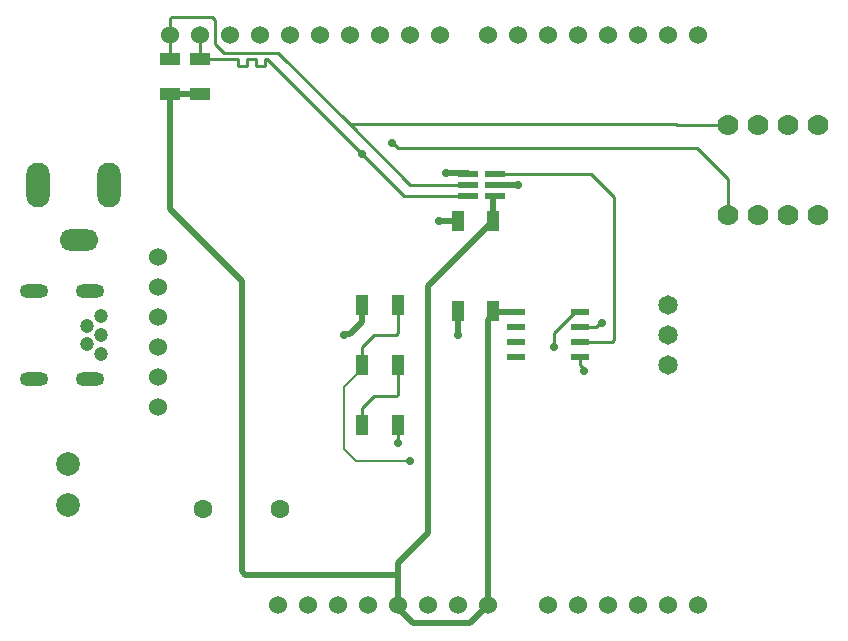
<source format=gbl>
G04*
G04 #@! TF.GenerationSoftware,Altium Limited,Altium Designer,25.4.2 (15)*
G04*
G04 Layer_Physical_Order=4*
G04 Layer_Color=16711680*
%FSLAX44Y44*%
%MOMM*%
G71*
G04*
G04 #@! TF.SameCoordinates,F20BE116-99DB-4855-A558-1B6AC0D64E7D*
G04*
G04*
G04 #@! TF.FilePolarity,Positive*
G04*
G01*
G75*
%ADD10C,0.1524*%
%ADD11C,0.2540*%
%ADD17R,1.1176X1.8034*%
%ADD19R,1.8034X1.1176*%
%ADD40C,0.5080*%
%ADD41C,1.6000*%
%ADD42C,1.5240*%
%ADD43C,1.7780*%
%ADD44O,2.4000X1.2000*%
%ADD45C,1.2000*%
%ADD46O,2.0000X3.8000*%
%ADD47O,3.3000X1.8000*%
%ADD48C,2.0000*%
%ADD49C,1.6500*%
%ADD50C,0.7112*%
%ADD51R,1.5500X0.6000*%
G04:AMPARAMS|DCode=52|XSize=1.61mm|YSize=0.59mm|CornerRadius=0.0738mm|HoleSize=0mm|Usage=FLASHONLY|Rotation=0.000|XOffset=0mm|YOffset=0mm|HoleType=Round|Shape=RoundedRectangle|*
%AMROUNDEDRECTD52*
21,1,1.6100,0.4425,0,0,0.0*
21,1,1.4625,0.5900,0,0,0.0*
1,1,0.1475,0.7313,-0.2213*
1,1,0.1475,-0.7313,-0.2213*
1,1,0.1475,-0.7313,0.2213*
1,1,0.1475,0.7313,0.2213*
%
%ADD52ROUNDEDRECTD52*%
D10*
X767080Y360680D02*
X777240Y350520D01*
X822960D01*
X767080Y360680D02*
Y412623D01*
X782828Y428371D01*
D11*
X995680Y452338D02*
Y574040D01*
X966800Y450850D02*
X994192D01*
X995680Y452338D01*
X976020Y593700D02*
X995680Y574040D01*
X813427Y615050D02*
X1066430D01*
X1092200Y589280D01*
X1048596Y635291D02*
X1048887Y635000D01*
X772451Y635291D02*
X1048596D01*
X772451D02*
X823543Y584200D01*
X711783Y695960D02*
X772451Y635291D01*
X980473Y463550D02*
X984283Y467360D01*
X985520D01*
X966800Y463550D02*
X980473D01*
X1048887Y635000D02*
X1092200D01*
X808717Y619760D02*
X813427Y615050D01*
X807720Y619760D02*
X808717D01*
X944880Y447040D02*
Y459080D01*
X668649Y690626D02*
X668687D01*
X667379D02*
X668649D01*
X782761Y610041D02*
X818102Y574700D01*
X782828Y428371D02*
Y431800D01*
X966800Y431340D02*
Y438150D01*
Y431340D02*
X970280Y427860D01*
Y426720D02*
Y427860D01*
X944880Y459080D02*
X963320Y477520D01*
X965200D01*
X966470Y476250D01*
X966800D01*
X895370Y593700D02*
X976020D01*
X812800Y365760D02*
Y381000D01*
X1092200Y558800D02*
Y589280D01*
X619760Y711200D02*
Y724952D01*
X645160Y690626D02*
X667379D01*
X700437D02*
X702098D01*
X700437Y684448D02*
Y690626D01*
X692818Y684448D02*
X700437D01*
X692818D02*
Y690880D01*
X685198D02*
X692818D01*
X685198Y684448D02*
Y690880D01*
X677578Y684448D02*
X685198D01*
X677578D02*
Y690626D01*
X668687D02*
X677578D01*
X702098D02*
X702176D01*
X782761Y610041D01*
X657860Y703580D02*
Y723900D01*
Y703580D02*
X665480Y695960D01*
X711783D01*
X619760Y724952D02*
X621248Y726440D01*
X655320D01*
X619760Y690626D02*
Y711200D01*
X655320Y726440D02*
X657860Y723900D01*
X823543Y584200D02*
X872470D01*
X818102Y574700D02*
X872470D01*
X645160Y690626D02*
Y706120D01*
X811312Y404912D02*
X812800Y406400D01*
X792480Y404912D02*
X811312D01*
X812800Y406400D02*
Y431800D01*
X782320Y394752D02*
X792480Y404912D01*
X782320Y381508D02*
Y394752D01*
Y381508D02*
X782828Y381000D01*
X782320Y447040D02*
X792480Y457200D01*
X811312D01*
X812800Y458688D02*
Y482600D01*
X811312Y457200D02*
X812800Y458688D01*
X782320Y432308D02*
Y447040D01*
Y432308D02*
X782828Y431800D01*
D17*
X863854Y553720D02*
D03*
X893826D02*
D03*
Y477520D02*
D03*
X863854D02*
D03*
X812800Y431800D02*
D03*
X782828D02*
D03*
X812800Y381000D02*
D03*
X782828D02*
D03*
X812800Y482600D02*
D03*
X782828D02*
D03*
D19*
X645160Y660654D02*
D03*
Y690626D02*
D03*
X619760D02*
D03*
Y660654D02*
D03*
D40*
X680720Y256976D02*
Y502920D01*
Y256976D02*
X683696Y254000D01*
X812800D01*
X619760Y563880D02*
X680720Y502920D01*
X848106Y553720D02*
X863854D01*
X893826D02*
Y574290D01*
X838200Y498094D02*
X893826Y553720D01*
Y574290D02*
X894236Y574700D01*
X895370D01*
X838200Y289560D02*
Y498094D01*
X812800Y264160D02*
X838200Y289560D01*
X812800Y254000D02*
Y264160D01*
Y228600D02*
Y254000D01*
X619760Y563880D02*
Y660654D01*
X782828Y467868D02*
Y482600D01*
X772443Y457483D02*
X782828Y467868D01*
X767363Y457483D02*
X772443D01*
X767080Y457200D02*
X767363Y457483D01*
X889000Y228600D02*
Y469265D01*
X893826Y474091D01*
X895096Y476250D02*
X912800D01*
X893826Y474091D02*
Y477520D01*
X895096Y476250D01*
X812800Y225851D02*
Y228600D01*
X619760Y660654D02*
X645160D01*
X853770Y594030D02*
X872140D01*
X895370Y584200D02*
X914400D01*
X825291Y213360D02*
X873760D01*
X812800Y225851D02*
X825291Y213360D01*
X873760D02*
X889000Y228600D01*
X863600Y457200D02*
X863727Y457327D01*
Y477393D01*
X863854Y477520D01*
D41*
X713220Y309880D02*
D03*
X648220D02*
D03*
D42*
X609600Y523240D02*
D03*
Y497840D02*
D03*
Y472440D02*
D03*
Y447040D02*
D03*
Y396240D02*
D03*
Y421640D02*
D03*
X848360Y711200D02*
D03*
X822960D02*
D03*
X797560D02*
D03*
X772160D02*
D03*
X746760D02*
D03*
X721360D02*
D03*
X695960D02*
D03*
X670560D02*
D03*
X645160D02*
D03*
X619760D02*
D03*
X939800Y228600D02*
D03*
X965200D02*
D03*
X990600D02*
D03*
X1016000D02*
D03*
X1066800D02*
D03*
X1041400D02*
D03*
X1066800Y711200D02*
D03*
X1041400D02*
D03*
X1016000D02*
D03*
X990600D02*
D03*
X965200D02*
D03*
X939800D02*
D03*
X914400D02*
D03*
X889000D02*
D03*
X711200Y228600D02*
D03*
X736600D02*
D03*
X762000D02*
D03*
X787400D02*
D03*
X812800D02*
D03*
X838200D02*
D03*
X863600D02*
D03*
X889000D02*
D03*
D43*
X1143000Y558800D02*
D03*
X1168400D02*
D03*
X1092200D02*
D03*
X1117600D02*
D03*
X1143000Y635000D02*
D03*
X1168400D02*
D03*
X1092200D02*
D03*
X1117600D02*
D03*
D44*
X505141Y494400D02*
D03*
X552641D02*
D03*
Y420000D02*
D03*
X505141D02*
D03*
D45*
X561659Y441001D02*
D03*
Y457001D02*
D03*
X549622Y449002D02*
D03*
Y465002D02*
D03*
X561659Y473000D02*
D03*
D46*
X568000Y584200D02*
D03*
X508000D02*
D03*
D47*
X543000Y537700D02*
D03*
D48*
X533400Y312700D02*
D03*
Y347700D02*
D03*
D49*
X1041400Y431800D02*
D03*
Y457200D02*
D03*
Y482600D02*
D03*
D50*
X848106Y553720D02*
D03*
X985520Y467360D02*
D03*
X944880Y447040D02*
D03*
X767080Y457200D02*
D03*
X822960Y350520D02*
D03*
X970280Y426720D02*
D03*
X812800Y365760D02*
D03*
X807720Y619760D02*
D03*
X782761Y610041D02*
D03*
X853770Y594030D02*
D03*
X914400Y584200D02*
D03*
X863600Y457200D02*
D03*
D51*
X966800Y476250D02*
D03*
Y463550D02*
D03*
Y450850D02*
D03*
Y438150D02*
D03*
X912800Y476250D02*
D03*
Y463550D02*
D03*
Y450850D02*
D03*
Y438150D02*
D03*
D52*
X872470Y593700D02*
D03*
Y584200D02*
D03*
Y574700D02*
D03*
X895370D02*
D03*
Y584200D02*
D03*
Y593700D02*
D03*
M02*

</source>
